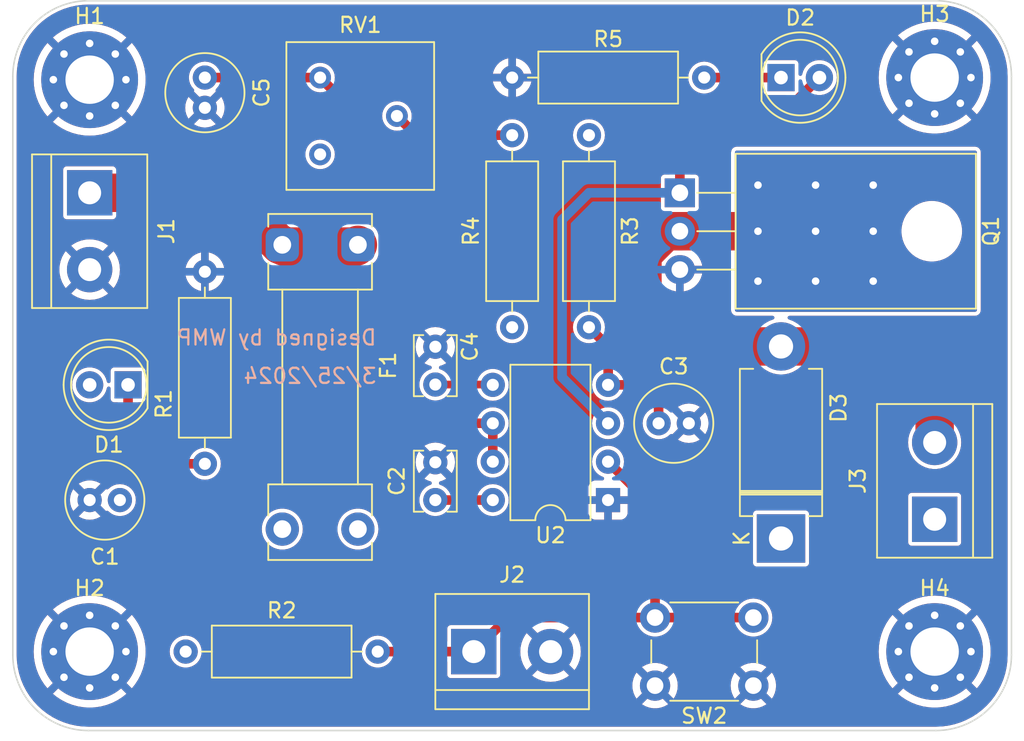
<source format=kicad_pcb>
(kicad_pcb (version 20221018) (generator pcbnew)
  (title_block (title "Magic Wand Timer Simplified") (date "2024-03-25") (rev "V1") (company "Geeks For Kids"))
  (layers (0 "F.Cu" signal) (1 "In1.Cu" signal) (2 "In2.Cu" signal) (31 "B.Cu" signal) (34 "B.Paste" user) (35 "F.Paste" user) (36 "B.SilkS" user "B.Silkscreen") (37 "F.SilkS" user "F.Silkscreen") (38 "B.Mask" user) (39 "F.Mask" user) (44 "Edge.Cuts" user))
  (net 0 "")
  (net 1 "GND")
  (net 2 "RESET")
  (net 3 "+12V")
  (net 4 "Net-(U2-CV)")
  (net 5 "THRESHOLD")
  (net 6 "OUTPUT")
  (net 7 "Net-(D3-A)")
  (net 8 "Net-(J1-Pin_1)")
  (net 9 "Net-(D1-K)")
  (net 11 "TRIGGER")
  (net 12 "Net-(R4-Pad2)")
  (net 13 "Net-(D2-K)")
  (footprint "Resistor_THT:R_Axial_DIN0309_L9.0mm_D3.2mm_P12.70mm_Horizontal" (layer "F.Cu") (at 130.048 117.716)
    (fp_text reference "R2" (at 6.35 -2.72) (layer "F.SilkS"))
    (fp_text value "100K")
    (fp_line (start 1.04 0) (end 1.73 0) (stroke (width 0.12)) (layer "F.SilkS"))
    (fp_line (start 1.73 -1.72) (end 1.73 1.72) (stroke (width 0.12)) (layer "F.SilkS"))
    (fp_line (start 1.73 1.72) (end 10.97 1.72) (stroke (width 0.12)) (layer "F.SilkS"))
    (fp_line (start 10.97 -1.72) (end 1.73 -1.72) (stroke (width 0.12)) (layer "F.SilkS"))
    (fp_line (start 10.97 1.72) (end 10.97 -1.72) (stroke (width 0.12)) (layer "F.SilkS"))
    (fp_line (start 11.66 0) (end 10.97 0) (stroke (width 0.12)) (layer "F.SilkS"))
    (pad "1" thru_hole circle (at 0 0) (size 1.6 1.6) (drill 0.8) (layers "*.Cu" "*.Mask") (net 3 "+12V"))
    (pad "2" thru_hole oval (at 12.7 0) (size 1.6 1.6) (drill 0.8) (layers "*.Cu" "*.Mask") (net 11 "TRIGGER"))
  )
  (footprint "MountingHole:MountingHole_3.2mm_M3_Pad_Via" (layer "F.Cu") (at 179.578 117.716)
    (fp_text reference "H4" (at 0 -4.2) (layer "F.SilkS"))
    (fp_text value "M3")
    (pad "1" thru_hole circle (at -2.4 0) (size 0.8 0.8) (drill 0.5) (layers "*.Cu" "*.Mask") (net 1 "GND"))
    (pad "1" thru_hole circle (at -1.697056 -1.697056) (size 0.8 0.8) (drill 0.5) (layers "*.Cu" "*.Mask") (net 1 "GND"))
    (pad "1" thru_hole circle (at -1.697056 1.697056) (size 0.8 0.8) (drill 0.5) (layers "*.Cu" "*.Mask") (net 1 "GND"))
    (pad "1" thru_hole circle (at 0 -2.4) (size 0.8 0.8) (drill 0.5) (layers "*.Cu" "*.Mask") (net 1 "GND"))
    (pad "1" thru_hole circle (at 0 0) (size 6.4 6.4) (drill 3.2) (layers "*.Cu" "*.Mask") (net 1 "GND"))
    (pad "1" thru_hole circle (at 0 2.4) (size 0.8 0.8) (drill 0.5) (layers "*.Cu" "*.Mask") (net 1 "GND"))
    (pad "1" thru_hole circle (at 1.697056 -1.697056) (size 0.8 0.8) (drill 0.5) (layers "*.Cu" "*.Mask") (net 1 "GND"))
    (pad "1" thru_hole circle (at 1.697056 1.697056) (size 0.8 0.8) (drill 0.5) (layers "*.Cu" "*.Mask") (net 1 "GND"))
    (pad "1" thru_hole circle (at 2.4 0) (size 0.8 0.8) (drill 0.5) (layers "*.Cu" "*.Mask") (net 1 "GND"))
  )
  (footprint "Resistor_THT:R_Axial_DIN0309_L9.0mm_D3.2mm_P12.70mm_Horizontal" (layer "F.Cu") (at 156.718 83.566 -90)
    (fp_text reference "R3" (at 6.35 -2.72 90) (layer "F.SilkS"))
    (fp_text value "100K")
    (fp_line (start 1.04 0) (end 1.73 0) (stroke (width 0.12)) (layer "F.SilkS"))
    (fp_line (start 1.73 -1.72) (end 1.73 1.72) (stroke (width 0.12)) (layer "F.SilkS"))
    (fp_line (start 1.73 1.72) (end 10.97 1.72) (stroke (width 0.12)) (layer "F.SilkS"))
    (fp_line (start 10.97 -1.72) (end 1.73 -1.72) (stroke (width 0.12)) (layer "F.SilkS"))
    (fp_line (start 10.97 1.72) (end 10.97 -1.72) (stroke (width 0.12)) (layer "F.SilkS"))
    (fp_line (start 11.66 0) (end 10.97 0) (stroke (width 0.12)) (layer "F.SilkS"))
    (pad "1" thru_hole circle (at 0 0 270) (size 1.6 1.6) (drill 0.8) (layers "*.Cu" "*.Mask") (net 3 "+12V"))
    (pad "2" thru_hole oval (at 12.7 0 270) (size 1.6 1.6) (drill 0.8) (layers "*.Cu" "*.Mask") (net 2 "RESET"))
  )
  (footprint "LED_THT:LED_D5.0mm_Clear" (layer "F.Cu") (at 126.238 100.076 180)
    (fp_text reference "D1" (at 1.27 -3.96) (layer "F.SilkS"))
    (fp_text value "GREEN")
    (fp_line (start -1.29 -1.545) (end -1.29 1.545) (stroke (width 0.12)) (layer "F.SilkS"))
    (fp_arc (start -1.29 -1.54483) (mid 2.072002 -2.880433) (end 4.26 0.000462) (stroke (width 0.12)) (layer "F.SilkS"))
    (fp_arc (start 4.26 -0.000462) (mid 2.072002 2.880433) (end -1.29 1.54483) (stroke (width 0.12)) (layer "F.SilkS"))
    (fp_circle (center 1.27 0) (end 3.77 0) (stroke (width 0.12)) (fill none) (layer "F.SilkS"))
    (pad "1" thru_hole rect (at 0 0 180) (size 1.8 1.8) (drill 0.9) (layers "*.Cu" "*.Mask") (net 9 "Net-(D1-K)"))
    (pad "2" thru_hole circle (at 2.54 0 180) (size 1.8 1.8) (drill 0.9) (layers "*.Cu" "*.Mask") (net 3 "+12V"))
  )
  (footprint "Capacitor_THT:C_Disc_D3.8mm_W2.6mm_P2.50mm" (layer "F.Cu") (at 146.558 97.556 -90)
    (fp_text reference "C4" (at 0 -2.286 90) (layer "F.SilkS"))
    (fp_text value "10nF")
    (fp_line (start -0.77 -1.42) (end -0.77 -0.795) (stroke (width 0.12)) (layer "F.SilkS"))
    (fp_line (start -0.77 -1.42) (end 3.27 -1.42) (stroke (width 0.12)) (layer "F.SilkS"))
    (fp_line (start -0.77 0.795) (end -0.77 1.42) (stroke (width 0.12)) (layer "F.SilkS"))
    (fp_line (start -0.77 1.42) (end 3.27 1.42) (stroke (width 0.12)) (layer "F.SilkS"))
    (fp_line (start 3.27 -1.42) (end 3.27 -0.795) (stroke (width 0.12)) (layer "F.SilkS"))
    (fp_line (start 3.27 0.795) (end 3.27 1.42) (stroke (width 0.12)) (layer "F.SilkS"))
    (pad "1" thru_hole circle (at 0 0 270) (size 1.6 1.6) (drill 0.8) (layers "*.Cu" "*.Mask") (net 1 "GND"))
    (pad "2" thru_hole circle (at 2.5 0 270) (size 1.6 1.6) (drill 0.8) (layers "*.Cu" "*.Mask") (net 4 "Net-(U2-CV)"))
  )
  (footprint "Capacitor_THT:C_Radial_D5.0mm_H11.0mm_P2.00mm" (layer "F.Cu") (at 161.322 102.616)
    (fp_text reference "C3" (at 1 -3.75) (layer "F.SilkS"))
    (fp_text value "10uF")
    (fp_circle (center 1 0) (end 3.62 0) (stroke (width 0.12)) (fill none) (layer "F.SilkS"))
    (pad "1" thru_hole circle (at 0 0) (size 1.6 1.6) (drill 0.8) (layers "*.Cu" "*.Mask") (net 2 "RESET"))
    (pad "2" thru_hole circle (at 2 0) (size 1.6 1.6) (drill 0.8) (layers "*.Cu" "*.Mask") (net 1 "GND"))
  )
  (footprint "Resistor_THT:R_Axial_DIN0309_L9.0mm_D3.2mm_P12.70mm_Horizontal" (layer "F.Cu") (at 131.318 105.296 90)
    (fp_text reference "R1" (at 3.95 -2.72 90) (layer "F.SilkS"))
    (fp_text value "560")
    (fp_line (start 1.04 0) (end 1.73 0) (stroke (width 0.12)) (layer "F.SilkS"))
    (fp_line (start 1.73 -1.72) (end 1.73 1.72) (stroke (width 0.12)) (layer "F.SilkS"))
    (fp_line (start 1.73 1.72) (end 10.97 1.72) (stroke (width 0.12)) (layer "F.SilkS"))
    (fp_line (start 10.97 -1.72) (end 1.73 -1.72) (stroke (width 0.12)) (layer "F.SilkS"))
    (fp_line (start 10.97 1.72) (end 10.97 -1.72) (stroke (width 0.12)) (layer "F.SilkS"))
    (fp_line (start 11.66 0) (end 10.97 0) (stroke (width 0.12)) (layer "F.SilkS"))
    (pad "1" thru_hole circle (at 0 0 90) (size 1.6 1.6) (drill 0.8) (layers "*.Cu" "*.Mask") (net 9 "Net-(D1-K)"))
    (pad "2" thru_hole oval (at 12.7 0 90) (size 1.6 1.6) (drill 0.8) (layers "*.Cu" "*.Mask") (net 1 "GND"))
  )
  (footprint "Capacitor_THT:C_Disc_D3.8mm_W2.6mm_P2.50mm" (layer "F.Cu") (at 146.558 107.696 90)
    (fp_text reference "C2" (at 1.25 -2.55 90) (layer "F.SilkS"))
    (fp_text value "10nF")
    (fp_line (start -0.77 -1.42) (end -0.77 -0.795) (stroke (width 0.12)) (layer "F.SilkS"))
    (fp_line (start -0.77 -1.42) (end 3.27 -1.42) (stroke (width 0.12)) (layer "F.SilkS"))
    (fp_line (start -0.77 0.795) (end -0.77 1.42) (stroke (width 0.12)) (layer "F.SilkS"))
    (fp_line (start -0.77 1.42) (end 3.27 1.42) (stroke (width 0.12)) (layer "F.SilkS"))
    (fp_line (start 3.27 -1.42) (end 3.27 -0.795) (stroke (width 0.12)) (layer "F.SilkS"))
    (fp_line (start 3.27 0.795) (end 3.27 1.42) (stroke (width 0.12)) (layer "F.SilkS"))
    (pad "1" thru_hole circle (at 0 0 90) (size 1.6 1.6) (drill 0.8) (layers "*.Cu" "*.Mask") (net 3 "+12V"))
    (pad "2" thru_hole circle (at 2.5 0 90) (size 1.6 1.6) (drill 0.8) (layers "*.Cu" "*.Mask") (net 1 "GND"))
  )
  (footprint "TerminalBlock:TerminalBlock_bornier-2_P5.08mm" (layer "F.Cu") (at 123.698 87.376 -90)
    (fp_text reference "J1" (at 2.54 -5.08 -90) (layer "F.SilkS"))
    (fp_text value "2.54mm")
    (fp_line (start -2.54 -3.81) (end -2.54 3.81) (stroke (width 0.12)) (layer "F.SilkS"))
    (fp_line (start -2.54 3.81) (end 7.62 3.81) (stroke (width 0.12)) (layer "F.SilkS"))
    (fp_line (start 7.62 -3.81) (end -2.54 -3.81) (stroke (width 0.12)) (layer "F.SilkS"))
    (fp_line (start 7.62 2.54) (end -2.54 2.54) (stroke (width 0.12)) (layer "F.SilkS"))
    (fp_line (start 7.62 3.81) (end 7.62 -3.81) (stroke (width 0.12)) (layer "F.SilkS"))
    (pad "1" thru_hole rect (at 0 0 270) (size 3 3) (drill 1.52) (layers "*.Cu" "*.Mask") (net 8 "Net-(J1-Pin_1)"))
    (pad "2" thru_hole circle (at 5.08 0 270) (size 3 3) (drill 1.52) (layers "*.Cu" "*.Mask") (net 1 "GND"))
  )
  (footprint "Capacitor_THT:C_Radial_D5.0mm_H11.0mm_P2.00mm" (layer "F.Cu") (at 125.698 107.696 180)
    (fp_text reference "C1" (at 1 -3.75) (layer "F.SilkS"))
    (fp_text value "10uF")
    (fp_circle (center 1 0) (end 3.62 0) (stroke (width 0.12)) (fill none) (layer "F.SilkS"))
    (pad "1" thru_hole circle (at 0 0 180) (size 1.6 1.6) (drill 0.8) (layers "*.Cu" "*.Mask") (net 3 "+12V"))
    (pad "2" thru_hole circle (at 2 0 180) (size 1.6 1.6) (drill 0.8) (layers "*.Cu" "*.Mask") (net 1 "GND"))
  )
  (footprint "Package_DIP:DIP-8_W7.62mm" (layer "F.Cu") (at 157.978 107.696 180)
    (fp_text reference "U2" (at 3.81 -2.33) (layer "F.SilkS"))
    (fp_text value "NE555P")
    (fp_line (start 1.16 -1.33) (end 1.16 8.95) (stroke (width 0.12)) (layer "F.SilkS"))
    (fp_line (start 1.16 8.95) (end 6.46 8.95) (stroke (width 0.12)) (layer "F.SilkS"))
    (fp_line (start 2.81 -1.33) (end 1.16 -1.33) (stroke (width 0.12)) (layer "F.SilkS"))
    (fp_line (start 6.46 -1.33) (end 4.81 -1.33) (stroke (width 0.12)) (layer "F.SilkS"))
    (fp_line (start 6.46 8.95) (end 6.46 -1.33) (stroke (width 0.12)) (layer "F.SilkS"))
    (fp_arc (start 4.81 -1.33) (mid 3.81 -0.33) (end 2.81 -1.33) (stroke (width 0.12)) (layer "F.SilkS"))
    (pad "1" thru_hole rect (at 0 0 180) (size 1.6 1.6) (drill 0.8) (layers "*.Cu" "*.Mask") (net 1 "GND"))
    (pad "2" thru_hole oval (at 0 2.54 180) (size 1.6 1.6) (drill 0.8) (layers "*.Cu" "*.Mask") (net 11 "TRIGGER"))
    (pad "3" thru_hole oval (at 0 5.08 180) (size 1.6 1.6) (drill 0.8) (layers "*.Cu" "*.Mask") (net 6 "OUTPUT"))
    (pad "4" thru_hole oval (at 0 7.62 180) (size 1.6 1.6) (drill 0.8) (layers "*.Cu" "*.Mask") (net 2 "RESET"))
    (pad "5" thru_hole oval (at 7.62 7.62 180) (size 1.6 1.6) (drill 0.8) (layers "*.Cu" "*.Mask") (net 4 "Net-(U2-CV)"))
    (pad "6" thru_hole oval (at 7.62 5.08 180) (size 1.6 1.6) (drill 0.8) (layers "*.Cu" "*.Mask") (net 5 "THRESHOLD"))
    (pad "7" thru_hole oval (at 7.62 2.54 180) (size 1.6 1.6) (drill 0.8) (layers "*.Cu" "*.Mask") (net 5 "THRESHOLD"))
    (pad "8" thru_hole oval (at 7.62 0 180) (size 1.6 1.6) (drill 0.8) (layers "*.Cu" "*.Mask") (net 3 "+12V"))
  )
  (footprint "Capacitor_THT:C_Radial_D5.0mm_H11.0mm_P2.00mm" (layer "F.Cu") (at 131.318 79.756 -90)
    (fp_text reference "C5" (at 1 -3.75 90) (layer "F.SilkS"))
    (fp_text value "10uF")
    (fp_circle (center 1 0) (end 3.62 0) (stroke (width 0.12)) (fill none) (layer "F.SilkS"))
    (pad "1" thru_hole circle (at 0 0 270) (size 1.6 1.6) (drill 0.8) (layers "*.Cu" "*.Mask") (net 5 "THRESHOLD"))
    (pad "2" thru_hole circle (at 2 0 270) (size 1.6 1.6) (drill 0.8) (layers "*.Cu" "*.Mask") (net 1 "GND"))
  )
  (footprint "TerminalBlock:TerminalBlock_bornier-2_P5.08mm" (layer "F.Cu") (at 149.098 117.716)
    (fp_text reference "J2" (at 2.54 -5.08) (layer "F.SilkS"))
    (fp_text value "2.54mm")
    (fp_line (start -2.54 -3.81) (end -2.54 3.81) (stroke (width 0.12)) (layer "F.SilkS"))
    (fp_line (start -2.54 3.81) (end 7.62 3.81) (stroke (width 0.12)) (layer "F.SilkS"))
    (fp_line (start 7.62 -3.81) (end -2.54 -3.81) (stroke (width 0.12)) (layer "F.SilkS"))
    (fp_line (start 7.62 2.54) (end -2.54 2.54) (stroke (width 0.12)) (layer "F.SilkS"))
    (fp_line (start 7.62 3.81) (end 7.62 -3.81) (stroke (width 0.12)) (layer "F.SilkS"))
    (pad "1" thru_hole rect (at 0 0) (size 3 3) (drill 1.52) (layers "*.Cu" "*.Mask") (net 11 "TRIGGER"))
    (pad "2" thru_hole circle (at 5.08 0) (size 3 3) (drill 1.52) (layers "*.Cu" "*.Mask") (net 1 "GND"))
  )
  (footprint "Button_Switch_THT:SW_PUSH_6mm" (layer "F.Cu") (at 167.588 119.966 180)
    (fp_text reference "SW2" (at 3.25 -2) (layer "F.SilkS"))
    (fp_text value "SW_Push")
    (fp_line (start -0.25 1.5) (end -0.25 3) (stroke (width 0.12)) (layer "F.SilkS"))
    (fp_line (start 1 5.5) (end 5.5 5.5) (stroke (width 0.12)) (layer "F.SilkS"))
    (fp_line (start 5.5 -1) (end 1 -1) (stroke (width 0.12)) (layer "F.SilkS"))
    (fp_line (start 6.75 3) (end 6.75 1.5) (stroke (width 0.12)) (layer "F.SilkS"))
    (pad "1" thru_hole circle (at 0 0 270) (size 2 2) (drill 1.1) (layers "*.Cu" "*.Mask") (net 1 "GND"))
    (pad "1" thru_hole circle (at 6.5 0 270) (size 2 2) (drill 1.1) (layers "*.Cu" "*.Mask") (net 1 "GND"))
    (pad "2" thru_hole circle (at 0 4.5 270) (size 2 2) (drill 1.1) (layers "*.Cu" "*.Mask") (net 11 "TRIGGER"))
    (pad "2" thru_hole circle (at 6.5 4.5 270) (size 2 2) (drill 1.1) (layers "*.Cu" "*.Mask") (net 11 "TRIGGER"))
  )
  (footprint "Potentiometer_THT:Potentiometer_Bourns_3386F_Vertical" (layer "F.Cu") (at 138.938 84.836)
    (fp_text reference "RV1" (at 2.655 -8.555) (layer "F.SilkS"))
    (fp_text value "1M")
    (fp_line (start -2.23 -7.425) (end -2.23 2.345) (stroke (width 0.12)) (layer "F.SilkS"))
    (fp_line (start -2.23 -7.425) (end 7.54 -7.425) (stroke (width 0.12)) (layer "F.SilkS"))
    (fp_line (start -2.23 2.345) (end 7.54 2.345) (stroke (width 0.12)) (layer "F.SilkS"))
    (fp_line (start 7.54 -7.425) (end 7.54 2.345) (stroke (width 0.12)) (layer "F.SilkS"))
    (pad "1" thru_hole circle (at 0 0) (size 1.44 1.44) (drill 0.8) (layers "*.Cu" "*.Mask"))
    (pad "2" thru_hole circle (at 5.08 -2.54) (size 1.44 1.44) (drill 0.8) (layers "*.Cu" "*.Mask") (net 12 "Net-(R4-Pad2)"))
    (pad "3" thru_hole circle (at 0 -5.08) (size 1.44 1.44) (drill 0.8) (layers "*.Cu" "*.Mask") (net 5 "THRESHOLD"))
  )
  (footprint "MountingHole:MountingHole_3.2mm_M3_Pad_Via" (layer "F.Cu") (at 123.698 79.896)
    (fp_text reference "H1" (at 0 -4.2) (layer "F.SilkS"))
    (fp_text value "M3")
    (pad "1" thru_hole circle (at -2.4 0) (size 0.8 0.8) (drill 0.5) (layers "*.Cu" "*.Mask") (net 1 "GND"))
    (pad "1" thru_hole circle (at -1.697056 -1.697056) (size 0.8 0.8) (drill 0.5) (layers "*.Cu" "*.Mask") (net 1 "GND"))
    (pad "1" thru_hole circle (at -1.697056 1.697056) (size 0.8 0.8) (drill 0.5) (layers "*.Cu" "*.Mask") (net 1 "GND"))
    (pad "1" thru_hole circle (at 0 -2.4) (size 0.8 0.8) (drill 0.5) (layers "*.Cu" "*.Mask") (net 1 "GND"))
    (pad "1" thru_hole circle (at 0 0) (size 6.4 6.4) (drill 3.2) (layers "*.Cu" "*.Mask") (net 1 "GND"))
    (pad "1" thru_hole circle (at 0 2.4) (size 0.8 0.8) (drill 0.5) (layers "*.Cu" "*.Mask") (net 1 "GND"))
    (pad "1" thru_hole circle (at 1.697056 -1.697056) (size 0.8 0.8) (drill 0.5) (layers "*.Cu" "*.Mask") (net 1 "GND"))
    (pad "1" thru_hole circle (at 1.697056 1.697056) (size 0.8 0.8) (drill 0.5) (layers "*.Cu" "*.Mask") (net 1 "GND"))
    (pad "1" thru_hole circle (at 2.4 0) (size 0.8 0.8) (drill 0.5) (layers "*.Cu" "*.Mask") (net 1 "GND"))
  )
  (footprint "Resistor_THT:R_Axial_DIN0309_L9.0mm_D3.2mm_P12.70mm_Horizontal" (layer "F.Cu") (at 164.338 79.756 180)
    (fp_text reference "R5" (at 6.35 2.54) (layer "F.SilkS"))
    (fp_text value "680R")
    (fp_line (start 1.04 0) (end 1.73 0) (stroke (width 0.12)) (layer "F.SilkS"))
    (fp_line (start 1.73 -1.72) (end 1.73 1.72) (stroke (width 0.12)) (layer "F.SilkS"))
    (fp_line (start 1.73 1.72) (end 10.97 1.72) (stroke (width 0.12)) (layer "F.SilkS"))
    (fp_line (start 10.97 -1.72) (end 1.73 -1.72) (stroke (width 0.12)) (layer "F.SilkS"))
    (fp_line (start 10.97 1.72) (end 10.97 -1.72) (stroke (width 0.12)) (layer "F.SilkS"))
    (fp_line (start 11.66 0) (end 10.97 0) (stroke (width 0.12)) (layer "F.SilkS"))
    (pad "1" thru_hole circle (at 0 0 180) (size 1.6 1.6) (drill 0.8) (layers "*.Cu" "*.Mask") (net 13 "Net-(D2-K)"))
    (pad "2" thru_hole oval (at 12.7 0 180) (size 1.6 1.6) (drill 0.8) (layers "*.Cu" "*.Mask") (net 1 "GND"))
  )
  (footprint "Diode_THT:D_DO-201AD_P12.70mm_Horizontal" (layer "F.Cu") (at 169.418 110.236 90)
    (fp_text reference "D3" (at 8.636 3.81 90) (layer "F.SilkS"))
    (fp_text value "D")
    (fp_text user "K" (at 0 -2.6 90) (layer "F.SilkS"))
    (fp_line (start 1.48 -2.72) (end 11.22 -2.72) (stroke (width 0.12)) (layer "F.SilkS"))
    (fp_line (start 1.48 -1.84) (end 1.48 -2.72) (stroke (width 0.12)) (layer "F.SilkS"))
    (fp_line (start 1.48 1.84) (end 1.48 2.72) (stroke (width 0.12)) (layer "F.SilkS"))
    (fp_line (start 1.48 2.72) (end 11.22 2.72) (stroke (width 0.12)) (layer "F.SilkS"))
    (fp_line (start 2.905 -2.72) (end 2.905 2.72) (stroke (width 0.12)) (layer "F.SilkS"))
    (fp_line (start 3.025 -2.72) (end 3.025 2.72) (stroke (width 0.12)) (layer "F.SilkS"))
    (fp_line (start 3.145 -2.72) (end 3.145 2.72) (stroke (width 0.12)) (layer "F.SilkS"))
    (fp_line (start 11.22 -2.72) (end 11.22 -1.84) (stroke (width 0.12)) (layer "F.SilkS"))
    (fp_line (start 11.22 2.72) (end 11.22 1.84) (stroke (width 0.12)) (layer "F.SilkS"))
    (pad "1" thru_hole rect (at 0 0 90) (size 3.2 3.2) (drill 1.6) (layers "*.Cu" "*.Mask") (net 3 "+12V"))
    (pad "2" thru_hole oval (at 12.7 0 90) (size 3.2 3.2) (drill 1.6) (layers "*.Cu" "*.Mask") (net 7 "Net-(D3-A)"))
  )
  (footprint "Package_TO_SOT_THT:TO-220-3_Horizontal_TabDown" (layer "F.Cu") (at 162.728 87.376 -90)
    (fp_text reference "Q1" (at 2.54 -20.58 90) (layer "F.SilkS"))
    (fp_text value "IRF530N")
    (fp_line (start -2.58 -19.58) (end -2.58 -3.69) (stroke (width 0.12)) (layer "F.SilkS"))
    (fp_line (start -2.58 -19.58) (end 7.66 -19.58) (stroke (width 0.12)) (layer "F.SilkS"))
    (fp_line (start -2.58 -3.69) (end 7.66 -3.69) (stroke (width 0.12)) (layer "F.SilkS"))
    (fp_line (start 0 -3.69) (end 0 -1.15) (stroke (width 0.12)) (layer "F.SilkS"))
    (fp_line (start 2.54 -3.69) (end 2.54 -1.15) (stroke (width 0.12)) (layer "F.SilkS"))
    (fp_line (start 5.08 -3.69) (end 5.08 -1.15) (stroke (width 0.12)) (layer "F.SilkS"))
    (fp_line (start 7.66 -19.58) (end 7.66 -3.69) (stroke (width 0.12)) (layer "F.SilkS"))
    (pad "" np_thru_hole oval (at 2.54 -16.66 270) (size 3.5 3.5) (drill 3.5) (layers "*.Cu" "*.Mask"))
    (pad "1" thru_hole rect (at 0 0 270) (size 1.905 2) (drill 1.1) (layers "*.Cu" "*.Mask") (net 6 "OUTPUT"))
    (pad "2" thru_hole oval (at 2.54 0 270) (size 1.905 2) (drill 1.1) (layers "*.Cu" "*.Mask") (net 7 "Net-(D3-A)"))
    (pad "3" thru_hole oval (at 5.08 0 270) (size 1.905 2) (drill 1.1) (layers "*.Cu" "*.Mask") (net 1 "GND"))
  )
  (footprint "LED_THT:LED_D5.0mm_Clear" (layer "F.Cu") (at 169.418 79.756)
    (fp_text reference "D2" (at 1.27 -3.96) (layer "F.SilkS"))
    (fp_text value "RED")
    (fp_line (start -1.29 -1.545) (end -1.29 1.545) (stroke (width 0.12)) (layer "F.SilkS"))
    (fp_arc (start -1.29 -1.54483) (mid 2.072002 -2.880433) (end 4.26 0.000462) (stroke (width 0.12)) (layer "F.SilkS"))
    (fp_arc (start 4.26 -0.000462) (mid 2.072002 2.880433) (end -1.29 1.54483) (stroke (width 0.12)) (layer "F.SilkS"))
    (fp_circle (center 1.27 0) (end 3.77 0) (stroke (width 0.12)) (fill none) (layer "F.SilkS"))
    (pad "1" thru_hole rect (at 0 0) (size 1.8 1.8) (drill 0.9) (layers "*.Cu" "*.Mask") (net 13 "Net-(D2-K)"))
    (pad "2" thru_hole circle (at 2.54 0) (size 1.8 1.8) (drill 0.9) (layers "*.Cu" "*.Mask") (net 6 "OUTPUT"))
  )
  (footprint "Fuse:Fuseholder_Clip-5x20mm_Littelfuse_111_Lateral_P18.80x5.00mm_D1.17mm_Horizontal" (layer "F.Cu") (at 141.438 90.816 -90)
    (fp_text reference "F1" (at 7.99 -2 90) (layer "F.SilkS"))
    (fp_text value "Fuse")
    (fp_line (start -2.04 5.93) (end -2.04 -0.93) (stroke (width 0.12)) (layer "F.SilkS"))
    (fp_line (start -1.2 -0.93) (end -2.04 -0.93) (stroke (width 0.12)) (layer "F.SilkS"))
    (fp_line (start -1.2 5.93) (end -2.04 5.93) (stroke (width 0.12)) (layer "F.SilkS"))
    (fp_line (start 2.96 -0.93) (end 1.2 -0.93) (stroke (width 0.12)) (layer "F.SilkS"))
    (fp_line (start 2.96 -0.93) (end 2.96 5.93) (stroke (width 0.12)) (layer "F.SilkS"))
    (fp_line (start 2.96 5.93) (end 1.2 5.93) (stroke (width 0.12)) (layer "F.SilkS"))
    (fp_line (start 15.84 -0.93) (end 15.84 5.93) (stroke (width 0.12)) (layer "F.SilkS"))
    (fp_line (start 15.84 0) (end 2.96 0) (stroke (width 0.12)) (layer "F.SilkS"))
    (fp_line (start 15.84 5) (end 2.96 5) (stroke (width 0.12)) (layer "F.SilkS"))
    (fp_line (start 17.9 -0.93) (end 15.84 -0.93) (stroke (width 0.12)) (layer "F.SilkS"))
    (fp_line (start 17.9 5.93) (end 15.84 5.93) (stroke (width 0.12)) (layer "F.SilkS"))
    (fp_line (start 19.7 -0.93) (end 20.84 -0.93) (stroke (width 0.12)) (layer "F.SilkS"))
    (fp_line (start 19.7 5.93) (end 20.84 5.93) (stroke (width 0.12)) (layer "F.SilkS"))
    (fp_line (start 20.84 -0.93) (end 20.84 5.93) (stroke (width 0.12)) (layer "F.SilkS"))
    (pad "1" thru_hole roundrect (at 0 0 270) (size 2.2 2.2) (drill 1.17) (layers "*.Cu" "*.Mask") (net 8 "Net-(J1-Pin_1)"))
    (pad "1" thru_hole roundrect (at 0 5 270) (size 2.2 2.2) (drill 1.17) (layers "*.Cu" "*.Mask") (net 8 "Net-(J1-Pin_1)"))
    (pad "2" thru_hole circle (at 18.8 0 270) (size 2.2 2.2) (drill 1.17) (layers "*.Cu" "*.Mask") (net 3 "+12V"))
    (pad "2" thru_hole circle (at 18.8 5 270) (size 2.2 2.2) (drill 1.17) (layers "*.Cu" "*.Mask") (net 3 "+12V"))
  )
  (footprint "MountingHole:MountingHole_3.2mm_M3_Pad_Via" (layer "F.Cu") (at 179.578 79.756)
    (fp_text reference "H3" (at 0 -4.2) (layer "F.SilkS"))
    (fp_text value "M3")
    (pad "1" thru_hole circle (at -2.4 0) (size 0.8 0.8) (drill 0.5) (layers "*.Cu" "*.Mask") (net 1 "GND"))
    (pad "1" thru_hole circle (at -1.697056 -1.697056) (size 0.8 0.8) (drill 0.5) (layers "*.Cu" "*.Mask") (net 1 "GND"))
    (pad "1" thru_hole circle (at -1.697056 1.697056) (size 0.8 0.8) (drill 0.5) (layers "*.Cu" "*.Mask") (net 1 "GND"))
    (pad "1" thru_hole circle (at 0 -2.4) (size 0.8 0.8) (drill 0.5) (layers "*.Cu" "*.Mask") (net 1 "GND"))
    (pad "1" thru_hole circle (at 0 0) (size 6.4 6.4) (drill 3.2) (layers "*.Cu" "*.Mask") (net 1 "GND"))
    (pad "1" thru_hole circle (at 0 2.4) (size 0.8 0.8) (drill 0.5) (layers "*.Cu" "*.Mask") (net 1 "GND"))
    (pad "1" thru_hole circle (at 1.697056 -1.697056) (size 0.8 0.8) (drill 0.5) (layers "*.Cu" "*.Mask") (net 1 "GND"))
    (pad "1" thru_hole circle (at 1.697056 1.697056) (size 0.8 0.8) (drill 0.5) (layers "*.Cu" "*.Mask") (net 1 "GND"))
    (pad "1" thru_hole circle (at 2.4 0) (size 0.8 0.8) (drill 0.5) (layers "*.Cu" "*.Mask") (net 1 "GND"))
  )
  (footprint "Resistor_THT:R_Axial_DIN0309_L9.0mm_D3.2mm_P12.70mm_Horizontal" (layer "F.Cu") (at 151.638 96.266 90)
    (fp_text reference "R4" (at 6.35 -2.72 90) (layer "F.SilkS"))
    (fp_text value "100K")
    (fp_line (start 1.04 0) (end 1.73 0) (stroke (width 0.12)) (layer "F.SilkS"))
    (fp_line (start 1.73 -1.72) (end 1.73 1.72) (stroke (width 0.12)) (layer "F.SilkS"))
    (fp_line (start 1.73 1.72) (end 10.97 1.72) (stroke (width 0.12)) (layer "F.SilkS"))
    (fp_line (start 10.97 -1.72) (end 1.73 -1.72) (stroke (width 0.12)) (layer "F.SilkS"))
    (fp_line (start 10.97 1.72) (end 10.97 -1.72) (stroke (width 0.12)) (layer "F.SilkS"))
    (fp_line (start 11.66 0) (end 10.97 0) (stroke (width 0.12)) (layer "F.SilkS"))
    (pad "1" thru_hole circle (at 0 0 90) (size 1.6 1.6) (drill 0.8) (layers "*.Cu" "*.Mask") (net 3 "+12V"))
    (pad "2" thru_hole oval (at 12.7 0 90) (size 1.6 1.6) (drill 0.8) (layers "*.Cu" "*.Mask") (net 12 "Net-(R4-Pad2)"))
  )
  (footprint "TerminalBlock:TerminalBlock_bornier-2_P5.08mm" (layer "F.Cu") (at 179.578 108.966 90)
    (fp_text reference "J3" (at 2.54 -5.08 90) (layer "F.SilkS"))
    (fp_text value "2.54mm")
    (fp_line (start -2.54 -3.81) (end -2.54 3.81) (stroke (width 0.12)) (layer "F.SilkS"))
    (fp_line (start -2.54 3.81) (end 7.62 3.81) (stroke (width 0.12)) (layer "F.SilkS"))
    (fp_line (start 7.62 -3.81) (end -2.54 -3.81) (stroke (width 0.12)) (layer "F.SilkS"))
    (fp_line (start 7.62 2.54) (end -2.54 2.54) (stroke (width 0.12)) (layer "F.SilkS"))
    (fp_line (start 7.62 3.81) (end 7.62 -3.81) (stroke (width 0.12)) (layer "F.SilkS"))
    (pad "1" thru_hole rect (at 0 0 90) (size 3 3) (drill 1.52) (layers "*.Cu" "*.Mask") (net 3 "+12V"))
    (pad "2" thru_hole circle (at 5.08 0 90) (size 3 3) (drill 1.52) (layers "*.Cu" "*.Mask") (net 7 "Net-(D3-A)"))
  )
  (footprint "MountingHole:MountingHole_3.2mm_M3_Pad_Via" (layer "F.Cu") (at 123.698 117.716)
    (fp_text reference "H2" (at 0 -4.2) (layer "F.SilkS"))
    (fp_text value "M3")
    (pad "1" thru_hole circle (at -2.4 0) (size 0.8 0.8) (drill 0.5) (layers "*.Cu" "*.Mask") (net 1 "GND"))
    (pad "1" thru_hole circle (at -1.697056 -1.697056) (size 0.8 0.8) (drill 0.5) (layers "*.Cu" "*.Mask") (net 1 "GND"))
    (pad "1" thru_hole circle (at -1.697056 1.697056) (size 0.8 0.8) (drill 0.5) (layers "*.Cu" "*.Mask") (net 1 "GND"))
    (pad "1" thru_hole circle (at 0 -2.4) (size 0.8 0.8) (drill 0.5) (layers "*.Cu" "*.Mask") (net 1 "GND"))
    (pad "1" thru_hole circle (at 0 0) (size 6.4 6.4) (drill 3.2) (layers "*.Cu" "*.Mask") (net 1 "GND"))
    (pad "1" thru_hole circle (at 0 2.4) (size 0.8 0.8) (drill 0.5) (layers "*.Cu" "*.Mask") (net 1 "GND"))
    (pad "1" thru_hole circle (at 1.697056 -1.697056) (size 0.8 0.8) (drill 0.5) (layers "*.Cu" "*.Mask") (net 1 "GND"))
    (pad "1" thru_hole circle (at 1.697056 1.697056) (size 0.8 0.8) (drill 0.5) (layers "*.Cu" "*.Mask") (net 1 "GND"))
    (pad "1" thru_hole circle (at 2.4 0) (size 0.8 0.8) (drill 0.5) (layers "*.Cu" "*.Mask") (net 1 "GND"))
  )
  (gr_arc (start 123.618 122.936) (mid 120.082466 121.471534) (end 118.618 117.936) (stroke (width 0.1)) (layer "Edge.Cuts"))
  (gr_line (start 184.658 79.676) (end 184.658 117.936) (stroke (width 0.1)) (layer "Edge.Cuts"))
  (gr_arc (start 184.658 117.936) (mid 183.193534 121.471534) (end 179.658 122.936) (stroke (width 0.1)) (layer "Edge.Cuts"))
  (gr_line (start 123.618 74.676) (end 179.658 74.676) (stroke (width 0.1)) (layer "Edge.Cuts"))
  (gr_arc (start 179.658 74.676) (mid 183.193534 76.140466) (end 184.658 79.676) (stroke (width 0.1)) (layer "Edge.Cuts"))
  (gr_line (start 118.618 117.936) (end 118.618 79.676) (stroke (width 0.1)) (layer "Edge.Cuts"))
  (gr_arc (start 118.618 79.676) (mid 120.082466 76.140466) (end 123.618 74.676) (stroke (width 0.1)) (layer "Edge.Cuts"))
  (gr_line (start 179.658 122.936) (end 123.618 122.936) (stroke (width 0.1)) (layer "Edge.Cuts"))
  (gr_text "Designed by WMP" (at 142.748 97.536) (layer "B.SilkS") (effects (font (size 1 1)) (justify left bottom mirror)))
  (gr_text "3/25/2024" (at 142.748 100.076) (layer "B.SilkS") (effects (font (size 1 1)) (justify left bottom mirror)))
  (segment (start 161.322 102.616) (end 161.798 102.616) (width 0.635) (layer "F.Cu") (net 2))
  (segment (start 157.978 100.076) (end 160.02 100.076) (width 0.635) (layer "F.Cu") (net 2))
  (segment (start 157.988 100.066) (end 157.978 100.076) (width 0.635) (layer "F.Cu") (net 2))
  (segment (start 161.322 101.378) (end 161.322 102.616) (width 0.635) (layer "F.Cu") (net 2))
  (segment (start 156.718 96.266) (end 157.988 97.536) (width 0.635) (layer "F.Cu") (net 2))
  (segment (start 160.02 100.076) (end 161.322 101.378) (width 0.635) (layer "F.Cu") (net 2))
  (segment (start 157.988 97.536) (end 157.988 100.066) (width 0.635) (layer "F.Cu") (net 2))
  (segment (start 146.558 107.696) (end 150.358 107.696) (width 0.635) (layer "F.Cu") (net 3))
  (segment (start 150.338 100.056) (end 150.358 100.076) (width 0.508) (layer "F.Cu") (net 4))
  (segment (start 146.558 100.056) (end 150.338 100.056) (width 0.508) (layer "F.Cu") (net 4))
  (segment (start 150.358 105.156) (end 150.358 102.616) (width 0.635) (layer "F.Cu") (net 5))
  (segment (start 144.018 101.092) (end 145.542 102.616) (width 0.635) (layer "F.Cu") (net 5))
  (segment (start 144.018 95.974388) (end 144.018 101.092) (width 0.635) (layer "F.Cu") (net 5))
  (segment (start 131.318 79.756) (end 138.938 79.756) (width 0.635) (layer "F.Cu") (net 5))
  (segment (start 138.938 79.756) (end 146.558 87.376) (width 0.635) (layer "F.Cu") (net 5))
  (segment (start 146.558 93.434388) (end 144.018 95.974388) (width 0.635) (layer "F.Cu") (net 5))
  (segment (start 145.542 102.616) (end 150.358 102.616) (width 0.635) (layer "F.Cu") (net 5))
  (segment (start 146.558 87.376) (end 146.558 93.434388) (width 0.635) (layer "F.Cu") (net 5))
  (segment (start 169.418 82.296) (end 171.958 79.756) (width 0.635) (layer "F.Cu") (net 6))
  (segment (start 165.608 82.296) (end 169.418 82.296) (width 0.635) (layer "F.Cu") (net 6))
  (segment (start 162.728 85.176) (end 165.608 82.296) (width 0.635) (layer "F.Cu") (net 6))
  (segment (start 162.728 87.376) (end 162.728 85.176) (width 0.635) (layer "F.Cu") (net 6))
  (segment (start 156.718 87.376) (end 154.94 89.154) (width 0.635) (layer "B.Cu") (net 6))
  (segment (start 154.94 89.154) (end 154.94 99.578) (width 0.635) (layer "B.Cu") (net 6))
  (segment (start 154.94 99.578) (end 157.978 102.616) (width 0.635) (layer "B.Cu") (net 6))
  (segment (start 162.728 87.376) (end 156.718 87.376) (width 0.635) (layer "B.Cu") (net 6))
  (segment (start 175.514 97.536) (end 169.418 97.536) (width 2.54) (layer "F.Cu") (net 7))
  (segment (start 162.728 89.916) (end 161.790042 89.916) (width 2.54) (layer "F.Cu") (net 7))
  (segment (start 162.306 97.536) (end 169.418 97.536) (width 2.54) (layer "F.Cu") (net 7))
  (segment (start 160.2548 95.4848) (end 162.306 97.536) (width 2.54) (layer "F.Cu") (net 7))
  (segment (start 179.578 101.6) (end 175.514 97.536) (width 2.54) (layer "F.Cu") (net 7))
  (segment (start 161.790042 89.916) (end 160.2548 91.451242) (width 2.54) (layer "F.Cu") (net 7))
  (segment (start 162.728 89.916) (end 167.894 89.916) (width 2.54) (layer "F.Cu") (net 7))
  (segment (start 160.2548 91.451242) (end 160.2548 95.4848) (width 2.54) (layer "F.Cu") (net 7))
  (segment (start 179.578 103.886) (end 179.578 101.6) (width 2.54) (layer "F.Cu") (net 7))
  (via (at 171.704 89.916) (size 1) (drill 0.5) (layers "F.Cu" "B.Cu") (net 7))
  (via (at 175.514 93.218) (size 1) (drill 0.5) (layers "F.Cu" "B.Cu") (net 7))
  (via (at 171.704 93.218) (size 1) (drill 0.5) (layers "F.Cu" "B.Cu") (net 7))
  (via (at 167.894 86.868) (size 1) (drill 0.5) (layers "F.Cu" "B.Cu") (net 7))
  (via (at 175.514 89.916) (size 1) (drill 0.5) (layers "F.Cu" "B.Cu") (net 7))
  (via (at 167.894 89.916) (size 1) (drill 0.5) (layers "F.Cu" "B.Cu") (net 7))
  (via (at 171.704 86.868) (size 1) (drill 0.5) (layers "F.Cu" "B.Cu") (net 7))
  (via (at 175.514 86.868) (size 1) (drill 0.5) (layers "F.Cu" "B.Cu") (net 7))
  (via (at 167.894 93.218) (size 1) (drill 0.5) (layers "F.Cu" "B.Cu") (net 7))
  (segment (start 141.322 90.932) (end 136.554 90.932) (width 2.54) (layer "F.Cu") (net 8))
  (segment (start 123.698 87.376) (end 132.842 87.376) (width 2.54) (layer "F.Cu") (net 8))
  (segment (start 136.554 90.932) (end 136.438 90.816) (width 2.54) (layer "F.Cu") (net 8))
  (segment (start 136.282 90.816) (end 136.438 90.816) (width 2.54) (layer "F.Cu") (net 8))
  (segment (start 141.438 90.816) (end 141.322 90.932) (width 2.54) (layer "F.Cu") (net 8))
  (segment (start 132.842 87.376) (end 136.282 90.816) (width 2.54) (layer "F.Cu") (net 8))
  (segment (start 128.918 105.296) (end 131.318 105.296) (width 0.635) (layer "F.Cu") (net 9))
  (segment (start 126.238 100.076) (end 126.238 102.616) (width 0.635) (layer "F.Cu") (net 9))
  (segment (start 126.238 102.616) (end 128.918 105.296) (width 0.635) (layer "F.Cu") (net 9))
  (segment (start 149.098 117.716) (end 151.348 115.466) (width 0.635) (layer "F.Cu") (net 11))
  (segment (start 161.088 108.266) (end 161.088 115.466) (width 0.635) (layer "F.Cu") (net 11))
  (segment (start 151.348 115.466) (end 161.088 115.466) (width 0.635) (layer "F.Cu") (net 11))
  (segment (start 142.748 117.716) (end 149.098 117.716) (width 0.635) (layer "F.Cu") (net 11))
  (segment (start 161.088 115.466) (end 167.588 115.466) (width 0.635) (layer "F.Cu") (net 11))
  (segment (start 157.978 105.156) (end 161.088 108.266) (width 0.635) (layer "F.Cu") (net 11))
  (segment (start 151.638 83.566) (end 145.288 83.566) (width 0.635) (layer "F.Cu") (net 12))
  (segment (start 145.288 83.566) (end 144.018 82.296) (width 0.635) (layer "F.Cu") (net 12))
  (segment (start 164.338 79.756) (end 169.418 79.756) (width 0.635) (layer "F.Cu") (net 13))
  (zone (net 1) (net_name "GND") (layers "F.Cu" "In1.Cu" "B.Cu") (connect_pads (clearance 0.254)) (min_thickness 0.25) (fill yes (thermal_gap 0.5) (thermal_bridge_width 0.5))
    (polygon (pts (xy 118.618 74.676) (xy 118.618 122.936) (xy 184.658 122.936) (xy 184.658 74.676)))
  )
  (zone (net 7) (net_name "Net-(D3-A)") (layers "F&B.Cu") (priority 1) (connect_pads (clearance 0.254)) (min_thickness 0.25) (fill yes (thermal_gap 0.5) (thermal_bridge_width 0.5) (island_removal_mode 1) (island_area_min 9.999999))
    (polygon (pts (xy 166.37 84.582) (xy 166.37 95.25) (xy 182.372 95.25) (xy 182.372 84.582)))
  )
)
</source>
